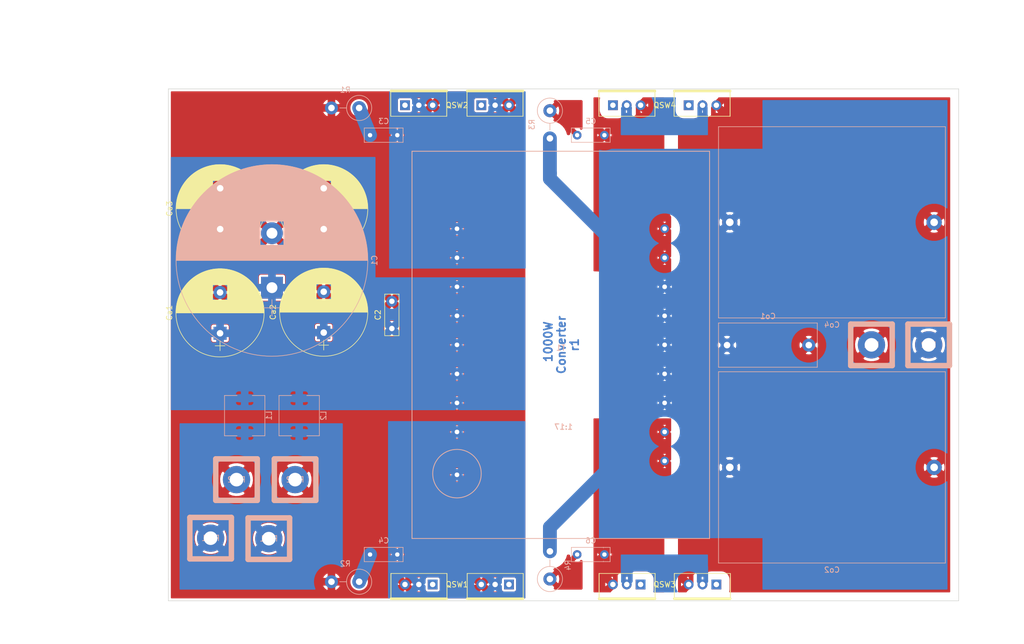
<source format=kicad_pcb>
(kicad_pcb (version 20171130) (host pcbnew "(5.1.2)-1")
  (layers (0 F.Cu signal) (1 In1.Cu signal) (2 In2.Cu signal) (31 B.Cu signal) (34 B.Paste user) (35 F.Paste user) (36 B.SilkS user) (37 F.SilkS user) (38 B.Mask user) (39 F.Mask user) (44 Edge.Cuts user))
  (net 0 "")
  (net 1 /switches/TXin)
  (net 2 OUT)
  (net 3 GNDA)
  (net 4 IN)
  (net 5 /switches/TXi1)
  (net 6 /switches/TXi2)
  (net 7 S1)
  (net 8 TXo1)
  (net 9 TXo2)
  (net 10 /switches/D3)
  (net 11 /switches/D4)
  (net 12 "Net-(QSW1-PadG)")
  (net 13 "Net-(QSW2-PadG)")
  (net 14 "Net-(C3-Pad2)")
  (net 15 "Net-(C4-Pad2)")
  (net 16 "Net-(C5-Pad2)")
  (net 17 "Net-(C6-Pad2)")
  (module CP_Radial_D16.0mm_P7.50mm (layer F.Cu) (at -43.5 -21.25 90)
    (fp_text reference Ca4 (at 3.75 -9.31 90) (layer F.SilkS))
    (fp_text value 4000u)
    (pad 1 thru_hole rect (at 0 0 90) (size 2.4 2.4) (drill 1.2) (layers *.Cu *.Mask) (net 1 /switches/TXin))
    (pad 2 thru_hole circle (at 7.5 0 90) (size 2.4 2.4) (drill 1.2) (layers *.Cu *.Mask) (net 7 S1))
  )
  (module CP_Radial_D16.0mm_P7.50mm (layer F.Cu) (at -62.5 -21.25 90)
    (fp_text reference Ca3 (at 3.75 -9.31 90) (layer F.SilkS))
    (fp_text value 4000u)
    (pad 2 thru_hole circle (at 7.5 0 90) (size 2.4 2.4) (drill 1.2) (layers *.Cu *.Mask) (net 7 S1))
    (pad 1 thru_hole rect (at 0 0 90) (size 2.4 2.4) (drill 1.2) (layers *.Cu *.Mask) (net 1 /switches/TXin))
  )
  (module CP_Radial_D16.0mm_P7.50mm (layer F.Cu) (at -43.5 -2.25 90)
    (fp_text reference Ca2 (at 3.75 -9.31 90) (layer F.SilkS))
    (fp_text value 4000u)
    (pad 1 thru_hole rect (at 0 0 90) (size 2.4 2.4) (drill 1.2) (layers *.Cu *.Mask) (net 1 /switches/TXin))
    (pad 2 thru_hole circle (at 7.5 0 90) (size 2.4 2.4) (drill 1.2) (layers *.Cu *.Mask) (net 7 S1))
  )
  (module CP_Radial_D16.0mm_P7.50mm (layer F.Cu) (at -62.522499 -2.125002 90)
    (fp_text reference Ca1 (at 3.75 -9.31 90) (layer F.SilkS))
    (fp_text value 4000u)
    (pad 2 thru_hole circle (at 7.5 0 90) (size 2.4 2.4) (drill 1.2) (layers *.Cu *.Mask) (net 7 S1))
    (pad 1 thru_hole rect (at 0 0 90) (size 2.4 2.4) (drill 1.2) (layers *.Cu *.Mask) (net 1 /switches/TXin))
  )
  (module Resistors_THT:R_Axial_DIN0414_L11.9mm_D4.5mm_P5.08mm_Vertical (layer B.Cu) (at -2 43 90)
    (fp_text reference R4 (at 2.54 3.31 90) (layer B.SilkS) (effects (justify mirror)))
    (fp_text value 10)
    (pad 2 thru_hole oval (at 5.08 0 90) (size 2.4 2.4) (drill 1.2) (layers *.Cu *.Mask) (net 3 GNDA))
    (pad 1 thru_hole circle (at 0 0 90) (size 2.4 2.4) (drill 1.2) (layers *.Cu *.Mask) (net 17 "Net-(C6-Pad2)"))
  )
  (module Resistors_THT:R_Axial_DIN0414_L11.9mm_D4.5mm_P5.08mm_Vertical (layer B.Cu) (at -2 -43 270)
    (fp_text reference R3 (at 2.54 3.31 270) (layer B.SilkS) (effects (justify mirror)))
    (fp_text value 10)
    (pad 1 thru_hole circle (at 0 0 270) (size 2.4 2.4) (drill 1.2) (layers *.Cu *.Mask) (net 16 "Net-(C5-Pad2)"))
    (pad 2 thru_hole oval (at 5.08 0 270) (size 2.4 2.4) (drill 1.2) (layers *.Cu *.Mask) (net 3 GNDA))
  )
  (module ADH_footprints:TXFMR_WCM410-70pushpull (layer B.Cu) (at 0 0)
    (fp_text reference T1 (at 0 0.565) (layer B.SilkS) (effects (justify mirror)))
    (fp_text value TXFMR_Pushpull)
    (fp_text user 1:17 (at 0.5 15.065) (layer B.SilkS) (effects (justify mirror)))
    (fp_text user 1:17 (at 0.5 15.065) (layer B.SilkS) (effects (justify mirror)))
    (pad P1 thru_hole circle (at -19.05 23.86 90) (size 1.6 1.6) (drill 0.85) (layers *.Cu *.Mask) (net 5 /switches/TXi1))
    (pad S1 thru_hole circle (at 19.05 21.32 90) (size 1.6 1.6) (drill 0.85) (layers *.Cu *.Mask) (net 8 TXo1))
    (pad S2 thru_hole circle (at 19.05 -21.32 90) (size 1.6 1.6) (drill 0.85) (layers *.Cu *.Mask) (net 9 TXo2))
    (pad S2 thru_hole circle (at 19.05 -15.99 90) (size 1.6 1.6) (drill 0.85) (layers *.Cu *.Mask) (net 9 TXo2))
    (pad Sc2 thru_hole circle (at 19.05 -10.66 90) (size 1.6 1.6) (drill 0.85) (layers *.Cu *.Mask) (net 3 GNDA))
    (pad Sc2 thru_hole circle (at 19.05 -5.33 90) (size 1.6 1.6) (drill 0.85) (layers *.Cu *.Mask) (net 3 GNDA))
    (pad S1 thru_hole circle (at 19.05 15.99 90) (size 1.6 1.6) (drill 0.85) (layers *.Cu *.Mask) (net 8 TXo1))
    (pad Sc1 thru_hole circle (at 19.05 10.66 90) (size 1.6 1.6) (drill 0.85) (layers *.Cu *.Mask) (net 3 GNDA))
    (pad Sc1 thru_hole circle (at 19.05 5.33 90) (size 1.6 1.6) (drill 0.85) (layers *.Cu *.Mask) (net 3 GNDA))
    (pad Sc1 thru_hole circle (at 19.05 0 90) (size 1.6 1.6) (drill 0.85) (layers *.Cu *.Mask) (net 3 GNDA))
    (pad Pc1 thru_hole circle (at -19.05 0 90) (size 1.6 1.6) (drill 0.85) (layers *.Cu *.Mask) (net 1 /switches/TXin))
    (pad Pc1 thru_hole circle (at -19.05 5.33 90) (size 1.6 1.6) (drill 0.85) (layers *.Cu *.Mask) (net 1 /switches/TXin))
    (pad Pc1 thru_hole circle (at -19.05 10.66 90) (size 1.6 1.6) (drill 0.85) (layers *.Cu *.Mask) (net 1 /switches/TXin))
    (pad P1 thru_hole circle (at -19.05 15.99 90) (size 1.6 1.6) (drill 0.85) (layers *.Cu *.Mask) (net 5 /switches/TXi1))
    (pad Pc2 thru_hole circle (at -19.05 -5.33 90) (size 1.6 1.6) (drill 0.85) (layers *.Cu *.Mask) (net 1 /switches/TXin))
    (pad Pc2 thru_hole circle (at -19.05 -10.66 90) (size 1.6 1.6) (drill 0.85) (layers *.Cu *.Mask) (net 1 /switches/TXin))
    (pad P2 thru_hole circle (at -19.05 -15.99 90) (size 1.6 1.6) (drill 0.85) (layers *.Cu *.Mask) (net 6 /switches/TXi2))
    (pad P2 thru_hole circle (at -19.05 -21.32 90) (size 1.6 1.6) (drill 0.85) (layers *.Cu *.Mask) (net 6 /switches/TXi2))
  )
  (module ADH_footprints:TO-220_ComD (layer F.Cu) (at 19.05 -44 90)
    (fp_text reference QSW4 (at 0 0) (layer F.SilkS))
    (fp_text value TO220_comD hide)
    (pad Sb thru_hole circle (at 0 9.49 270) (size 1.8 1.8) (drill 1) (layers *.Cu *.Mask) (net 2 OUT))
    (pad Gb thru_hole rect (at 0 4.41 270) (size 1.8 1.8) (drill 1) (layers *.Cu *.Mask))
    (pad D thru_hole circle (at 0 6.95 270) (size 1.8 1.8) (drill 1) (layers *.Cu *.Mask) (net 11 /switches/D4))
    (pad D thru_hole circle (at 0 -6.95 270) (size 1.8 1.8) (drill 1) (layers *.Cu *.Mask) (net 11 /switches/D4))
    (pad Ga thru_hole rect (at 0 -9.49 270) (size 1.8 1.8) (drill 1) (layers *.Cu *.Mask))
    (pad Sa thru_hole circle (at 0 -4.41 270) (size 1.8 1.8) (drill 1) (layers *.Cu *.Mask) (net 9 TXo2))
  )
  (module ADH_footprints:TO-220_ComD (layer F.Cu) (at 19.05 44 270)
    (fp_text reference QSW3 (at 0 0) (layer F.SilkS))
    (fp_text value TO220_comD hide)
    (pad Sb thru_hole circle (at 0 9.49 90) (size 1.8 1.8) (drill 1) (layers *.Cu *.Mask) (net 8 TXo1))
    (pad Gb thru_hole rect (at 0 4.41 90) (size 1.8 1.8) (drill 1) (layers *.Cu *.Mask))
    (pad D thru_hole circle (at 0 6.95 90) (size 1.8 1.8) (drill 1) (layers *.Cu *.Mask) (net 10 /switches/D3))
    (pad D thru_hole circle (at 0 -6.95 90) (size 1.8 1.8) (drill 1) (layers *.Cu *.Mask) (net 10 /switches/D3))
    (pad Ga thru_hole rect (at 0 -9.49 90) (size 1.8 1.8) (drill 1) (layers *.Cu *.Mask))
    (pad Sa thru_hole circle (at 0 -4.41 90) (size 1.8 1.8) (drill 1) (layers *.Cu *.Mask) (net 2 OUT))
  )
  (module ADH_footprints:TO-220_Parallel (layer F.Cu) (at -19.05 -44 90)
    (fp_text reference QSW2 (at 0 0) (layer F.SilkS))
    (fp_text value Parallel hide)
    (pad S thru_hole circle (at 0 9.54 270) (size 1.8 1.8) (drill 1) (layers *.Cu *.Mask) (net 7 S1))
    (pad G thru_hole rect (at 0 4.46 270) (size 1.8 1.8) (drill 1) (layers *.Cu *.Mask) (net 13 "Net-(QSW2-PadG)"))
    (pad D thru_hole circle (at 0 7 270) (size 1.8 1.8) (drill 1) (layers *.Cu *.Mask) (net 6 /switches/TXi2))
    (pad D thru_hole circle (at 0 -7 270) (size 1.8 1.8) (drill 1) (layers *.Cu *.Mask) (net 6 /switches/TXi2))
    (pad G thru_hole rect (at 0 -9.54 270) (size 1.8 1.8) (drill 1) (layers *.Cu *.Mask) (net 13 "Net-(QSW2-PadG)"))
    (pad S thru_hole circle (at 0 -4.46 270) (size 1.8 1.8) (drill 1) (layers *.Cu *.Mask) (net 7 S1))
  )
  (module Capacitors_THT:C_Disc_D7.5mm_W2.5mm_P5.00mm (layer F.Cu) (at -31 -3 90)
    (fp_text reference C2 (at 2.5 -2.56 90) (layer F.SilkS))
    (fp_text value 0.1u)
    (pad 1 thru_hole circle (at 0 0 90) (size 2 2) (drill 1) (layers *.Cu *.Mask) (net 1 /switches/TXin))
    (pad 2 thru_hole circle (at 5 0 90) (size 2 2) (drill 1) (layers *.Cu *.Mask) (net 7 S1))
  )
  (module Capacitors_THT:C_Rect_L18.0mm_W8.0mm_P15.00mm_FKS3_FKP3 (layer B.Cu) (at 45.5 0.05 180)
    (fp_text reference Co1 (at 7.5 5.31 180) (layer B.SilkS) (effects (justify mirror)))
    (fp_text value 0.1u)
    (pad 1 thru_hole circle (at 0 0 180) (size 2.4 2.4) (drill 1.2) (layers *.Cu *.Mask) (net 2 OUT))
    (pad 2 thru_hole circle (at 15 0 180) (size 2.4 2.4) (drill 1.2) (layers *.Cu *.Mask) (net 3 GNDA))
  )
  (module Capacitors_THT:C_Rect_L41.5mm_W35.0mm_P37.50mm_MKS4 (layer B.Cu) (at 31 22.5)
    (fp_text reference Co2 (at 18.75 18.81) (layer B.SilkS) (effects (justify mirror)))
    (fp_text value 50u)
    (pad 1 thru_hole circle (at 0 0) (size 2.8 2.8) (drill 1.4) (layers *.Cu *.Mask) (net 3 GNDA))
    (pad 2 thru_hole circle (at 37.5 0) (size 2.8 2.8) (drill 1.4) (layers *.Cu *.Mask) (net 2 OUT))
  )
  (module Capacitors_THT:C_Rect_L41.5mm_W35.0mm_P37.50mm_MKS4 (layer B.Cu) (at 31 -22.5)
    (fp_text reference Co4 (at 18.75 18.81) (layer B.SilkS) (effects (justify mirror)))
    (fp_text value 50u)
    (pad 1 thru_hole circle (at 0 0) (size 2.8 2.8) (drill 1.4) (layers *.Cu *.Mask) (net 3 GNDA))
    (pad 2 thru_hole circle (at 37.5 0) (size 2.8 2.8) (drill 1.4) (layers *.Cu *.Mask) (net 2 OUT))
  )
  (module ADH_footprints:PAD_2.5mmdrill_12Gauge (layer B.Cu) (at 57 0)
    (fp_text reference Po1 (at 0 0) (layer B.SilkS) (effects (justify mirror)))
    (fp_text value PAD hide)
    (pad 1 thru_hole circle (at 0 0) (size 5 5) (drill 2.5) (layers *.Cu *.Mask) (net 2 OUT))
  )
  (module ADH_footprints:PAD_2.5mmdrill_12Gauge (layer B.Cu) (at 67.5 0)
    (fp_text reference Po2 (at 0 0) (layer B.SilkS) (effects (justify mirror)))
    (fp_text value PAD hide)
    (pad 1 thru_hole circle (at 0 0) (size 5 5) (drill 2.5) (layers *.Cu *.Mask) (net 3 GNDA))
  )
  (module Inductors_SMD:L_7.3x7.3_H4.5 (layer B.Cu) (at -58 13 90)
    (fp_text reference L1 (at 0 4.45 90) (layer B.SilkS) (effects (justify mirror)))
    (fp_text value 1u)
    (pad 1 smd rect (at -3.2 0 90) (size 1.5 2.2) (layers B.Cu B.Paste B.Mask) (net 4 IN))
    (pad 2 smd rect (at 3.2 0 90) (size 1.5 2.2) (layers B.Cu B.Paste B.Mask) (net 1 /switches/TXin))
  )
  (module Capacitors_THT:CP_Radial_D35.0mm_P10.00mm_SnapIn (layer B.Cu) (at -53 -10.5 90)
    (fp_text reference C1 (at 5 18.81 90) (layer B.SilkS) (effects (justify mirror)))
    (fp_text value 12000u)
    (pad 2 thru_hole circle (at 10 0 90) (size 4 4) (drill 2) (layers *.Cu *.Mask) (net 7 S1))
    (pad 1 thru_hole rect (at 0 0 90) (size 4 4) (drill 2) (layers *.Cu *.Mask) (net 1 /switches/TXin))
  )
  (module ADH_footprints:TO-220_Parallel (layer F.Cu) (at -19.05 44 270)
    (fp_text reference QSW1 (at 0 0 180) (layer F.SilkS))
    (fp_text value Parallel hide)
    (pad S thru_hole circle (at 0 -4.46 90) (size 1.8 1.8) (drill 1) (layers *.Cu *.Mask) (net 7 S1))
    (pad G thru_hole rect (at 0 -9.54 90) (size 1.8 1.8) (drill 1) (layers *.Cu *.Mask) (net 12 "Net-(QSW1-PadG)"))
    (pad D thru_hole circle (at 0 -7 90) (size 1.8 1.8) (drill 1) (layers *.Cu *.Mask) (net 5 /switches/TXi1))
    (pad D thru_hole circle (at 0 7 90) (size 1.8 1.8) (drill 1) (layers *.Cu *.Mask) (net 5 /switches/TXi1))
    (pad G thru_hole rect (at 0 4.46 90) (size 1.8 1.8) (drill 1) (layers *.Cu *.Mask) (net 12 "Net-(QSW1-PadG)"))
    (pad S thru_hole circle (at 0 9.54 90) (size 1.8 1.8) (drill 1) (layers *.Cu *.Mask) (net 7 S1))
  )
  (module Inductors_SMD:L_7.3x7.3_H4.5 (layer B.Cu) (at -48 13 90)
    (fp_text reference L2 (at 0 4.45 90) (layer B.SilkS) (effects (justify mirror)))
    (fp_text value 1u)
    (pad 2 smd rect (at 3.2 0 90) (size 1.5 2.2) (layers B.Cu B.Paste B.Mask) (net 1 /switches/TXin))
    (pad 1 smd rect (at -3.2 0 90) (size 1.5 2.2) (layers B.Cu B.Paste B.Mask) (net 4 IN))
  )
  (module Capacitors_THT:C_Rect_L7.0mm_W2.5mm_P5.00mm (layer B.Cu) (at -30 -38.5 180)
    (fp_text reference C3 (at 2.5 2.56) (layer B.SilkS) (effects (justify mirror)))
    (fp_text value 1n)
    (pad 1 thru_hole circle (at 0 0 180) (size 1.6 1.6) (drill 0.8) (layers *.Cu *.Mask) (net 6 /switches/TXi2))
    (pad 2 thru_hole circle (at 5 0 180) (size 1.6 1.6) (drill 0.8) (layers *.Cu *.Mask) (net 14 "Net-(C3-Pad2)"))
  )
  (module Capacitors_THT:C_Rect_L7.0mm_W2.5mm_P5.00mm (layer B.Cu) (at -30 38.5 180)
    (fp_text reference C4 (at 2.5 2.56) (layer B.SilkS) (effects (justify mirror)))
    (fp_text value C_Small)
    (pad 2 thru_hole circle (at 5 0 180) (size 1.6 1.6) (drill 0.8) (layers *.Cu *.Mask) (net 15 "Net-(C4-Pad2)"))
    (pad 1 thru_hole circle (at 0 0 180) (size 1.6 1.6) (drill 0.8) (layers *.Cu *.Mask) (net 5 /switches/TXi1))
  )
  (module Capacitors_THT:C_Rect_L7.0mm_W2.5mm_P5.00mm (layer B.Cu) (at 8 -38.5 180)
    (fp_text reference C5 (at 2.5 2.56 180) (layer B.SilkS) (effects (justify mirror)))
    (fp_text value C_Small)
    (pad 1 thru_hole circle (at 0 0 180) (size 1.6 1.6) (drill 0.8) (layers *.Cu *.Mask) (net 9 TXo2))
    (pad 2 thru_hole circle (at 5 0 180) (size 1.6 1.6) (drill 0.8) (layers *.Cu *.Mask) (net 16 "Net-(C5-Pad2)"))
  )
  (module Capacitors_THT:C_Rect_L7.0mm_W2.5mm_P5.00mm (layer B.Cu) (at 8 38.5 180)
    (fp_text reference C6 (at 2.5 2.56 180) (layer B.SilkS) (effects (justify mirror)))
    (fp_text value C_Small)
    (pad 2 thru_hole circle (at 5 0 180) (size 1.6 1.6) (drill 0.8) (layers *.Cu *.Mask) (net 17 "Net-(C6-Pad2)"))
    (pad 1 thru_hole circle (at 0 0 180) (size 1.6 1.6) (drill 0.8) (layers *.Cu *.Mask) (net 8 TXo1))
  )
  (module Resistors_THT:R_Axial_DIN0414_L11.9mm_D4.5mm_P5.08mm_Vertical (layer B.Cu) (at -37 43.5 180)
    (fp_text reference R2 (at 2.54 3.31 180) (layer B.SilkS) (effects (justify mirror)))
    (fp_text value 10)
    (pad 2 thru_hole oval (at 5.08 0 180) (size 2.4 2.4) (drill 1.2) (layers *.Cu *.Mask) (net 7 S1))
    (pad 1 thru_hole circle (at 0 0 180) (size 2.4 2.4) (drill 1.2) (layers *.Cu *.Mask) (net 15 "Net-(C4-Pad2)"))
  )
  (module Resistors_THT:R_Axial_DIN0414_L11.9mm_D4.5mm_P5.08mm_Vertical (layer B.Cu) (at -37 -43.5 180)
    (fp_text reference R1 (at 2.54 3.31) (layer B.SilkS) (effects (justify mirror)))
    (fp_text value 10)
    (pad 2 thru_hole oval (at 5.08 0 180) (size 2.4 2.4) (drill 1.2) (layers *.Cu *.Mask) (net 7 S1))
    (pad 1 thru_hole circle (at 0 0 180) (size 2.4 2.4) (drill 1.2) (layers *.Cu *.Mask) (net 14 "Net-(C3-Pad2)"))
  )
  (module ADH_footprints:PAD_2.5mmdrill_12Gauge (layer B.Cu) (at -64.25 35.5)
    (fp_text reference Pia1 (at 0 0) (layer B.SilkS) (effects (justify mirror)))
    (fp_text value PAD hide)
    (pad 1 thru_hole circle (at 0 0) (size 5 5) (drill 2.5) (layers *.Cu *.Mask) (net 4 IN))
  )
  (module ADH_footprints:PAD_2.5mmdrill_12Gauge (layer B.Cu) (at -59.5 24.75)
    (fp_text reference Pia2 (at 0 0) (layer B.SilkS) (effects (justify mirror)))
    (fp_text value PAD hide)
    (pad 1 thru_hole circle (at 0 0) (size 5 5) (drill 2.5) (layers *.Cu *.Mask) (net 7 S1))
  )
  (module ADH_footprints:PAD_2.5mmdrill_12Gauge (layer B.Cu) (at -53.569998 35.587499)
    (fp_text reference Pib1 (at 0 0) (layer B.SilkS) (effects (justify mirror)))
    (fp_text value PAD hide)
    (pad 1 thru_hole circle (at 0 0) (size 5 5) (drill 2.5) (layers *.Cu *.Mask) (net 4 IN))
  )
  (module ADH_footprints:PAD_2.5mmdrill_12Gauge (layer B.Cu) (at -48.75 24.75)
    (fp_text reference Pib2 (at 0 0) (layer B.SilkS) (effects (justify mirror)))
    (fp_text value PAD hide)
    (pad 1 thru_hole circle (at 0 0) (size 5 5) (drill 2.5) (layers *.Cu *.Mask) (net 7 S1))
  )
  (gr_line (start -72 -47) (end -72 43) (angle 90) (layer Edge.Cuts) (width 0.1))
  (gr_line (start -72 -47) (end -31 -47) (angle 90) (layer Edge.Cuts) (width 0.1))
  (gr_line (start -72 47) (end -72 43) (angle 90) (layer Edge.Cuts) (width 0.1))
  (gr_line (start 73 47) (end -72 47) (angle 90) (layer Edge.Cuts) (width 0.1))
  (gr_line (start 73 -47) (end 73 47) (angle 90) (layer Edge.Cuts) (width 0.1))
  (gr_line (start -31 -47) (end 73 -47) (angle 90) (layer Edge.Cuts) (width 0.1))
  (gr_text "   1000W  \nConverter\nr1" (at 0.1 0 90) (layer B.Cu) (effects (font (size 1.5 1.5) (thickness 0.3))))
  (segment (start 23.51 40.4) (end 23.51 34.59) (width 0.4064) (layer F.Cu) (net 2))
  (segment (start 23.51 34.59) (end 24.1 34) (width 0.4064) (layer F.Cu) (net 2))
  (segment (start 23.5 40.4) (end 23.51 40.4) (width 0.8636) (layer F.Cu) (net 2))
  (segment (start 22.2 42.69) (end 22.2 42.6) (width 0.8636) (layer F.Cu) (net 2))
  (segment (start 28.54 -44) (end 28 -43.46) (width 0.8636) (layer F.Cu) (net 2))
  (segment (start 28 -43.46) (end 28 -41) (width 0.8636) (layer F.Cu) (net 2))
  (segment (start 23.46 44) (end 23.9 43.56) (width 0.8636) (layer F.Cu) (net 2))
  (segment (start 23.9 43.56) (end 23.9 42.1) (width 0.8636) (layer F.Cu) (net 2))
  (segment (start -2 37.92) (end -2 33.5) (width 2.54) (layer B.Cu) (net 3))
  (segment (start -2 33.5) (end 10 21.5) (width 2.54) (layer B.Cu) (net 3))
  (segment (start -2 -37.92) (end -2 -31.5) (width 2.54) (layer B.Cu) (net 3))
  (segment (start -2 -31.5) (end -2 -30.5) (width 2.54) (layer B.Cu) (net 3))
  (segment (start -2 -30.5) (end 9 -19.5) (width 2.54) (layer B.Cu) (net 3))
  (segment (start -12.05 -44) (end -12.8 -43.25) (width 0.8636) (layer B.Cu) (net 6))
  (segment (start -12.8 -43.25) (end -12.8 -42.1) (width 0.8636) (layer B.Cu) (net 6))
  (segment (start -12.8 -42.1) (end -12.8 -40.35) (width 0.8636) (layer B.Cu) (net 6))
  (segment (start -12.05 -44) (end -11.3 -43.25) (width 0.8636) (layer B.Cu) (net 6))
  (segment (start -11.3 -43.25) (end -11.3 -42.2) (width 0.8636) (layer B.Cu) (net 6))
  (segment (start -11.3 -42.2) (end -11.3 -40.35) (width 0.8636) (layer B.Cu) (net 6))
  (segment (start -12.8 -42.1) (end -11.3 -42.1) (width 0.8636) (layer B.Cu) (net 6))
  (segment (start -11.4 -42.2) (end -11.3 -42.2) (width 0.8636) (layer B.Cu) (net 6))
  (segment (start -11.3 -42.1) (end -11.4 -42.2) (width 0.8636) (layer B.Cu) (net 6))
  (segment (start -12.8 -42.1) (end -12 -41.3) (width 0.8636) (layer B.Cu) (net 6))
  (segment (start -28.59 44) (end -29.09 44.5) (width 0.8636) (layer F.Cu) (net 7))
  (segment (start -29.09 44.5) (end -32.8 44.5) (width 0.8636) (layer F.Cu) (net 7))
  (segment (start -28.59 44) (end -28.1 43.51) (width 0.8636) (layer F.Cu) (net 7))
  (segment (start -28.1 43.51) (end -28.1 41.4) (width 0.8636) (layer F.Cu) (net 7))
  (segment (start -28.59 44) (end -30.3 42.29) (width 0.8636) (layer F.Cu) (net 7))
  (segment (start -30.3 42.29) (end -30.3 42.1) (width 0.8636) (layer F.Cu) (net 7))
  (segment (start -14.59 44) (end -15.09 44.5) (width 0.8636) (layer F.Cu) (net 7))
  (segment (start -15.09 44.5) (end -17.9 44.5) (width 0.8636) (layer F.Cu) (net 7))
  (segment (start -14.59 44) (end -13.8 43.21) (width 0.8636) (layer F.Cu) (net 7))
  (segment (start -13.8 43.21) (end -13.8 41.2) (width 0.8636) (layer F.Cu) (net 7))
  (segment (start -14.59 44) (end -16 42.59) (width 0.8636) (layer F.Cu) (net 7))
  (segment (start -16 42.59) (end -16 42.3) (width 0.8636) (layer F.Cu) (net 7))
  (segment (start 8.05 42.54) (end 8.05 41.8) (width 0.4064) (layer F.Cu) (net 8))
  (segment (start 8.05 41.8) (end 8.05 36.75) (width 0.4064) (layer F.Cu) (net 8))
  (segment (start 8.05 42.54) (end 8.05 41.95) (width 0.8636) (layer F.Cu) (net 8))
  (segment (start 8.05 41.95) (end 8.2 41.8) (width 0.8636) (layer F.Cu) (net 8))
  (segment (start 8.2 41.8) (end 8.05 41.8) (width 0.8636) (layer F.Cu) (net 8))
  (segment (start 9.56 44) (end 10 43.56) (width 0.8636) (layer F.Cu) (net 8))
  (segment (start 10 43.56) (end 10 42) (width 0.8636) (layer F.Cu) (net 8))
  (segment (start 14.64 -44) (end 14.2 -43.56) (width 0.8636) (layer F.Cu) (net 9))
  (segment (start 14.2 -43.56) (end 14.2 -41.8) (width 0.8636) (layer F.Cu) (net 9))
  (segment (start 26 44) (end 26.6 43.4) (width 0.8636) (layer B.Cu) (net 10))
  (segment (start 26.6 43.4) (end 26.6 40.8) (width 0.8636) (layer B.Cu) (net 10))
  (segment (start 26 44) (end 25.4 43.4) (width 0.8636) (layer B.Cu) (net 10))
  (segment (start 25.4 43.4) (end 25.4 41.2) (width 0.8636) (layer B.Cu) (net 10))
  (segment (start 12.1 44) (end 11.5 43.4) (width 0.8636) (layer B.Cu) (net 10))
  (segment (start 11.5 43.4) (end 11.5 41) (width 0.8636) (layer B.Cu) (net 10))
  (segment (start 12.1 44) (end 12.75 43.35) (width 0.8636) (layer B.Cu) (net 10))
  (segment (start 12.75 43.35) (end 12.75 41) (width 0.8636) (layer B.Cu) (net 10))
  (segment (start 12.1 -44) (end 11.5 -43.4) (width 0.8636) (layer B.Cu) (net 11))
  (segment (start 11.5 -43.4) (end 11.5 -40.4) (width 0.8636) (layer B.Cu) (net 11))
  (segment (start 12.1 -44) (end 12.6 -43.5) (width 0.8636) (layer B.Cu) (net 11))
  (segment (start 12.6 -43.5) (end 12.6 -40.5) (width 0.8636) (layer B.Cu) (net 11))
  (segment (start 26 -44) (end 26.5 -43.5) (width 0.8636) (layer B.Cu) (net 11))
  (segment (start 26.5 -43.5) (end 26.5 -41.1) (width 0.8636) (layer B.Cu) (net 11))
  (segment (start 26 -44) (end 25.5 -43.5) (width 0.8636) (layer B.Cu) (net 11))
  (segment (start 25.5 -43.5) (end 25.5 -40.5) (width 0.8636) (layer B.Cu) (net 11))
  (segment (start -35 -38.5) (end -37 -43.5) (width 2.54) (layer B.Cu) (net 14))
  (segment (start -35 38.5) (end -37 43.5) (width 2.54) (layer B.Cu) (net 15))
  (zone (net 7) (net_name S1) (layer F.Cu) (connect_pads (clearance 0.4)) (min_thickness 0.254) (fill yes (arc_segments 16) (thermal_gap 0.5) (thermal_bridge_width 1.4))
    (polygon (pts (xy -6.5 48.5) (xy -72.5 48.5) (xy -72.5 -48.5) (xy -6.5 -48.5)))
  )
  (zone (net 6) (net_name /switches/TXi2) (layer B.Cu) (connect_pads (clearance 0.4)) (min_thickness 0.254) (fill yes (arc_segments 16) (thermal_gap 0.5) (thermal_bridge_width 1.4))
    (polygon (pts (xy -6.45 -14) (xy -31.5 -14) (xy -31.5 -48.5) (xy -6.45 -48.5)))
  )
  (zone (net 5) (net_name /switches/TXi1) (layer B.Cu) (connect_pads (clearance 0.4)) (min_thickness 0.254) (fill yes (arc_segments 16) (thermal_gap 0.5) (thermal_bridge_width 1.4))
    (polygon (pts (xy -6.5 48.5) (xy -31.7 48.5) (xy -31.7 14) (xy -6.5 14)))
  )
  (zone (net 1) (net_name /switches/TXin) (layer B.Cu) (connect_pads (clearance 0.4)) (min_thickness 0.254) (fill yes (arc_segments 16) (thermal_gap 0.5) (thermal_bridge_width 1.4))
    (polygon (pts (xy -34 -12.4) (xy -6.5 -12.4) (xy -6.5 12) (xy -72.5 12) (xy -72.5 7.3) (xy -72.5 -34.5) (xy -34 -34.5)))
  )
  (zone (net 3) (net_name GNDA) (layer B.Cu) (connect_pads (clearance 2)) (min_thickness 0.254) (fill yes (arc_segments 16) (thermal_gap 0.5) (thermal_bridge_width 1.4))
    (polygon (pts (xy 85 -48) (xy 85 48) (xy 37 48) (xy 37 35.5) (xy 7 35.5) (xy 7 -36) (xy 37 -36) (xy 37 -48)))
  )
  (zone (net 9) (net_name TXo2) (layer F.Cu) (connect_pads (clearance 1.5)) (min_thickness 0.254) (fill yes (arc_segments 16) (thermal_gap 0.5) (thermal_bridge_width 1.4))
    (polygon (pts (xy 20.25 -13) (xy 6 -13.5) (xy 6 -48) (xy 19 -48) (xy 19 -26) (xy 20.25 -23.5)))
  )
  (zone (net 8) (net_name TXo1) (layer F.Cu) (connect_pads (clearance 1.5)) (min_thickness 0.254) (fill yes (arc_segments 16) (thermal_gap 0.5) (thermal_bridge_width 1.4))
    (polygon (pts (xy 19 46.3) (xy 6 46.5) (xy 6 13.5) (xy 20.25 13.5) (xy 20.25 24.5) (xy 19 26)))
  )
  (zone (net 10) (net_name /switches/D3) (layer B.Cu) (connect_pads (clearance 1.5)) (min_thickness 0.254) (fill yes (arc_segments 16) (thermal_gap 0.5) (thermal_bridge_width 1.4))
    (polygon (pts (xy 27 48) (xy 11 48) (xy 11 38.5) (xy 27 38.5)))
  )
  (zone (net 11) (net_name /switches/D4) (layer B.Cu) (connect_pads (clearance 1.5)) (min_thickness 0.254) (fill yes (arc_segments 16) (thermal_gap 0.5) (thermal_bridge_width 1.4))
    (polygon (pts (xy 27 -38.5) (xy 11 -38.5) (xy 11 -48) (xy 27 -48)))
  )
  (zone (net 2) (net_name OUT) (layer F.Cu) (connect_pads (clearance 1.5)) (min_thickness 0.254) (fill yes (arc_segments 16) (thermal_gap 0.5) (thermal_bridge_width 1.4))
    (polygon (pts (xy 74.5 -47.5) (xy 85 -48) (xy 85 48) (xy 21.5 49.5) (xy 21.5 26) (xy 22.5 24.5) (xy 22.5 -24.5) (xy 21.5 -26.5) (xy 21.5 -34.5) (xy 21.5 -48) (xy 28.5 -48)))
  )
  (zone (net 4) (net_name IN) (layer B.Cu) (connect_pads (clearance 2)) (min_thickness 0.254) (fill yes (arc_segments 16) (thermal_gap 0.5) (thermal_bridge_width 1.4))
    (polygon (pts (xy -72.5 14.4) (xy -40 14.4) (xy -40 48) (xy -72.5 47.5) (xy -72.5 24)))
  )
  (zone (net 17) (net_name "Net-(C6-Pad2)") (layer F.Cu) (connect_pads (clearance 2)) (min_thickness 0.5) (fill yes (arc_segments 32) (thermal_gap 0.508) (thermal_bridge_width 1))
    (polygon (pts (xy -2 45.5) (xy 4 45.5) (xy 4 38.5) (xy -2 38.5)))
  )
  (zone (net 16) (net_name "Net-(C5-Pad2)") (layer F.Cu) (connect_pads (clearance 2)) (min_thickness 0.5) (fill yes (arc_segments 32) (thermal_gap 0.508) (thermal_bridge_width 1))
    (polygon (pts (xy -2 -45.5) (xy 4 -45.5) (xy 4 -38.5) (xy -2 -38.5)))
  )
)
</source>
